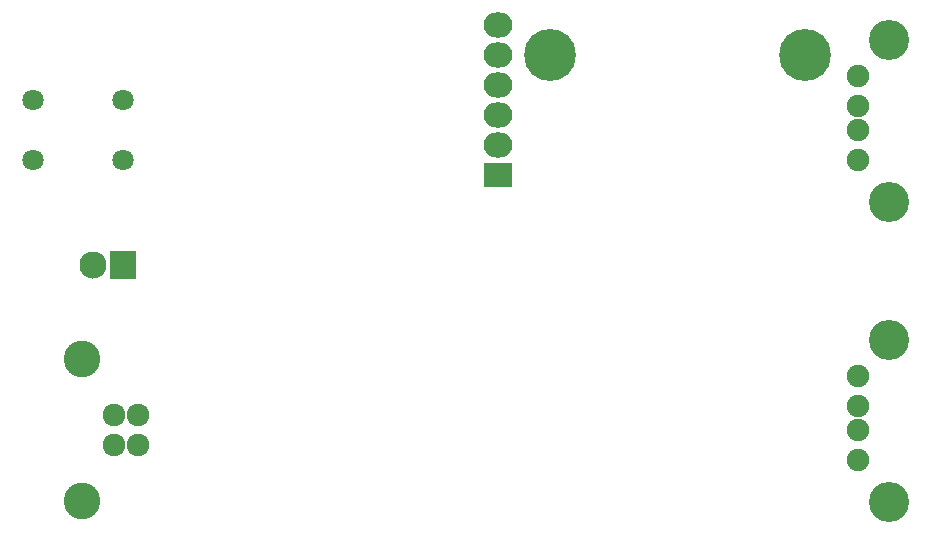
<source format=gbs>
G04 #@! TF.FileFunction,Soldermask,Bot*
%FSLAX46Y46*%
G04 Gerber Fmt 4.6, Leading zero omitted, Abs format (unit mm)*
G04 Created by KiCad (PCBNEW 4.0.4-stable) date 10/25/16 00:02:51*
%MOMM*%
%LPD*%
G01*
G04 APERTURE LIST*
%ADD10C,0.100000*%
%ADD11C,4.400000*%
%ADD12C,1.924000*%
%ADD13C,3.100020*%
%ADD14C,1.901140*%
%ADD15C,3.399740*%
%ADD16R,2.432000X2.127200*%
%ADD17O,2.432000X2.127200*%
%ADD18R,2.300000X2.400000*%
%ADD19C,2.300000*%
%ADD20C,1.797000*%
G04 APERTURE END LIST*
D10*
D11*
X196220000Y-69850000D03*
X174620000Y-69850000D03*
D12*
X139700000Y-100330000D03*
X139700000Y-102870000D03*
X137701020Y-102870000D03*
X137701020Y-100330000D03*
D13*
X135001000Y-95600520D03*
X135001000Y-107599480D03*
D14*
X200657880Y-71627140D03*
X200657880Y-74167140D03*
X200657880Y-76199140D03*
X200657880Y-78739140D03*
D15*
X203324880Y-68579140D03*
X203324880Y-82295140D03*
D14*
X200657880Y-97027140D03*
X200657880Y-99567140D03*
X200657880Y-101599140D03*
X200657880Y-104139140D03*
D15*
X203324880Y-93979140D03*
X203324880Y-107695140D03*
D16*
X170180000Y-80010000D03*
D17*
X170180000Y-77470000D03*
X170180000Y-74930000D03*
X170180000Y-72390000D03*
X170180000Y-69850000D03*
X170180000Y-67310000D03*
D18*
X138430000Y-87630000D03*
D19*
X135890000Y-87630000D03*
D20*
X138430000Y-73660000D03*
X138430000Y-78740000D03*
X130810000Y-73660000D03*
X130810000Y-78740000D03*
M02*

</source>
